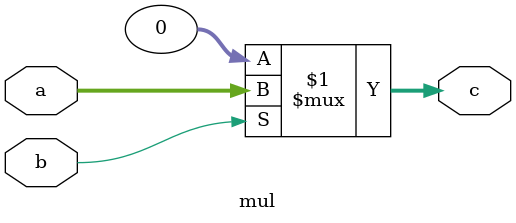
<source format=v>
module mul(	// file.cleaned.mlir:2:3
  input  [31:0] a,	// file.cleaned.mlir:2:21
  input         b,	// file.cleaned.mlir:2:34
  output [31:0] c	// file.cleaned.mlir:2:47
);

  assign c = b ? a : 32'h0;	// file.cleaned.mlir:3:15, :4:10, :5:5
endmodule


</source>
